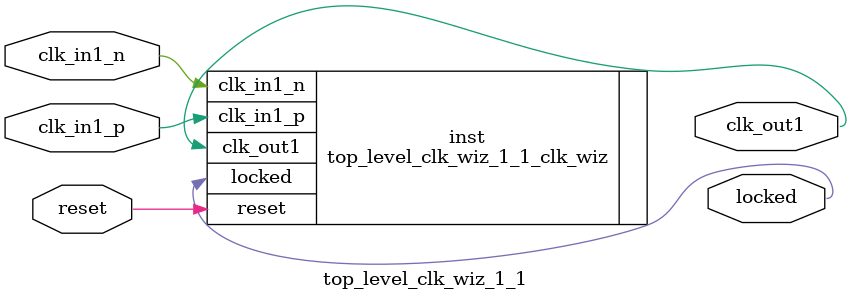
<source format=v>


`timescale 1ps/1ps

(* CORE_GENERATION_INFO = "top_level_clk_wiz_1_1,clk_wiz_v6_0_3_0_0,{component_name=top_level_clk_wiz_1_1,use_phase_alignment=false,use_min_o_jitter=false,use_max_i_jitter=false,use_dyn_phase_shift=false,use_inclk_switchover=false,use_dyn_reconfig=false,enable_axi=0,feedback_source=FDBK_AUTO,PRIMITIVE=MMCM,num_out_clk=1,clkin1_period=3.333,clkin2_period=10.0,use_power_down=false,use_reset=true,use_locked=true,use_inclk_stopped=false,feedback_type=SINGLE,CLOCK_MGR_TYPE=NA,manual_override=false}" *)

module top_level_clk_wiz_1_1 
 (
  // Clock out ports
  output        clk_out1,
  // Status and control signals
  input         reset,
  output        locked,
 // Clock in ports
  input         clk_in1_p,
  input         clk_in1_n
 );

  top_level_clk_wiz_1_1_clk_wiz inst
  (
  // Clock out ports  
  .clk_out1(clk_out1),
  // Status and control signals               
  .reset(reset), 
  .locked(locked),
 // Clock in ports
  .clk_in1_p(clk_in1_p),
  .clk_in1_n(clk_in1_n)
  );

endmodule

</source>
